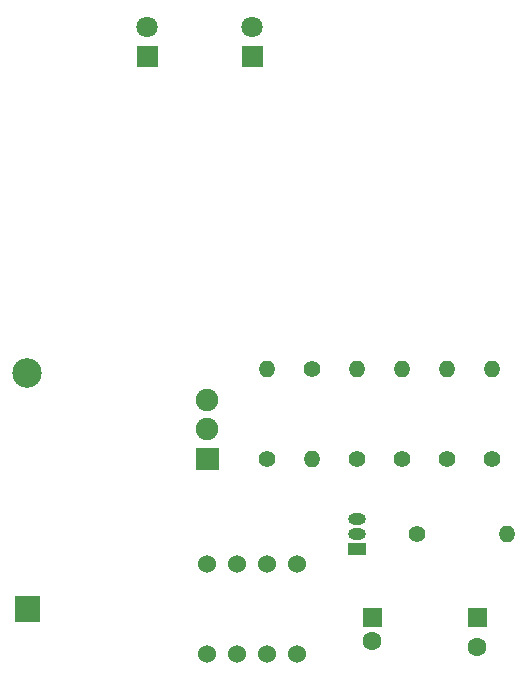
<source format=gbs>
%TF.GenerationSoftware,KiCad,Pcbnew,5.1.10-88a1d61d58~90~ubuntu20.04.1*%
%TF.CreationDate,2021-11-21T06:34:41+05:30*%
%TF.ProjectId,555_badge,3535355f-6261-4646-9765-2e6b69636164,rev?*%
%TF.SameCoordinates,Original*%
%TF.FileFunction,Soldermask,Bot*%
%TF.FilePolarity,Negative*%
%FSLAX46Y46*%
G04 Gerber Fmt 4.6, Leading zero omitted, Abs format (unit mm)*
G04 Created by KiCad (PCBNEW 5.1.10-88a1d61d58~90~ubuntu20.04.1) date 2021-11-21 06:34:41*
%MOMM*%
%LPD*%
G01*
G04 APERTURE LIST*
%ADD10C,2.502580*%
%ADD11C,1.602580*%
%ADD12C,1.802580*%
%ADD13O,1.502580X1.002580*%
%ADD14C,1.402580*%
%ADD15O,1.402580X1.402580*%
%ADD16C,1.902580*%
%ADD17C,1.526580*%
G04 APERTURE END LIST*
%TO.C,BAT1*%
G36*
G01*
X139515000Y-119196290D02*
X137345000Y-119196290D01*
G75*
G02*
X137343710Y-119195000I0J1290D01*
G01*
X137343710Y-117025000D01*
G75*
G02*
X137345000Y-117023710I1290J0D01*
G01*
X139515000Y-117023710D01*
G75*
G02*
X139516290Y-117025000I0J-1290D01*
G01*
X139516290Y-119195000D01*
G75*
G02*
X139515000Y-119196290I-1290J0D01*
G01*
G37*
D10*
X138430000Y-98110000D03*
%TD*%
D11*
%TO.C,C1*%
X167640000Y-120872000D03*
G36*
G01*
X166840000Y-118070710D02*
X168440000Y-118070710D01*
G75*
G02*
X168441290Y-118072000I0J-1290D01*
G01*
X168441290Y-119672000D01*
G75*
G02*
X168440000Y-119673290I-1290J0D01*
G01*
X166840000Y-119673290D01*
G75*
G02*
X166838710Y-119672000I0J1290D01*
G01*
X166838710Y-118072000D01*
G75*
G02*
X166840000Y-118070710I1290J0D01*
G01*
G37*
%TD*%
%TO.C,C2*%
X176530000Y-121372000D03*
G36*
G01*
X175730000Y-118070710D02*
X177330000Y-118070710D01*
G75*
G02*
X177331290Y-118072000I0J-1290D01*
G01*
X177331290Y-119672000D01*
G75*
G02*
X177330000Y-119673290I-1290J0D01*
G01*
X175730000Y-119673290D01*
G75*
G02*
X175728710Y-119672000I0J1290D01*
G01*
X175728710Y-118072000D01*
G75*
G02*
X175730000Y-118070710I1290J0D01*
G01*
G37*
%TD*%
%TO.C,D1*%
G36*
G01*
X158380000Y-72275290D02*
X156580000Y-72275290D01*
G75*
G02*
X156578710Y-72274000I0J1290D01*
G01*
X156578710Y-70474000D01*
G75*
G02*
X156580000Y-70472710I1290J0D01*
G01*
X158380000Y-70472710D01*
G75*
G02*
X158381290Y-70474000I0J-1290D01*
G01*
X158381290Y-72274000D01*
G75*
G02*
X158380000Y-72275290I-1290J0D01*
G01*
G37*
D12*
X157480000Y-68834000D03*
%TD*%
%TO.C,D2*%
X148590000Y-68834000D03*
G36*
G01*
X149490000Y-72275290D02*
X147690000Y-72275290D01*
G75*
G02*
X147688710Y-72274000I0J1290D01*
G01*
X147688710Y-70474000D01*
G75*
G02*
X147690000Y-70472710I1290J0D01*
G01*
X149490000Y-70472710D01*
G75*
G02*
X149491290Y-70474000I0J-1290D01*
G01*
X149491290Y-72274000D01*
G75*
G02*
X149490000Y-72275290I-1290J0D01*
G01*
G37*
%TD*%
D13*
%TO.C,Q1*%
X166370000Y-111760000D03*
X166370000Y-110490000D03*
G36*
G01*
X165620000Y-112528710D02*
X167120000Y-112528710D01*
G75*
G02*
X167121290Y-112530000I0J-1290D01*
G01*
X167121290Y-113530000D01*
G75*
G02*
X167120000Y-113531290I-1290J0D01*
G01*
X165620000Y-113531290D01*
G75*
G02*
X165618710Y-113530000I0J1290D01*
G01*
X165618710Y-112530000D01*
G75*
G02*
X165620000Y-112528710I1290J0D01*
G01*
G37*
%TD*%
D14*
%TO.C,R1*%
X158750000Y-105410000D03*
D15*
X158750000Y-97790000D03*
%TD*%
D14*
%TO.C,R2*%
X162560000Y-97790000D03*
D15*
X162560000Y-105410000D03*
%TD*%
%TO.C,R3*%
X173990000Y-97790000D03*
D14*
X173990000Y-105410000D03*
%TD*%
D15*
%TO.C,R4*%
X177800000Y-97790000D03*
D14*
X177800000Y-105410000D03*
%TD*%
%TO.C,R5*%
X171450000Y-111760000D03*
D15*
X179070000Y-111760000D03*
%TD*%
%TO.C,R6*%
X170180000Y-97790000D03*
D14*
X170180000Y-105410000D03*
%TD*%
%TO.C,R7*%
X166370000Y-105410000D03*
D15*
X166370000Y-97790000D03*
%TD*%
%TO.C,S1*%
G36*
G01*
X154620000Y-106361290D02*
X152720000Y-106361290D01*
G75*
G02*
X152718710Y-106360000I0J1290D01*
G01*
X152718710Y-104460000D01*
G75*
G02*
X152720000Y-104458710I1290J0D01*
G01*
X154620000Y-104458710D01*
G75*
G02*
X154621290Y-104460000I0J-1290D01*
G01*
X154621290Y-106360000D01*
G75*
G02*
X154620000Y-106361290I-1290J0D01*
G01*
G37*
D16*
X153670000Y-102910000D03*
X153670000Y-100410000D03*
%TD*%
D17*
%TO.C,U1*%
X153670000Y-114300000D03*
X156210000Y-114300000D03*
X158750000Y-114300000D03*
X161290000Y-114300000D03*
X161290000Y-121920000D03*
X158750000Y-121920000D03*
X156210000Y-121920000D03*
X153670000Y-121920000D03*
%TD*%
M02*

</source>
